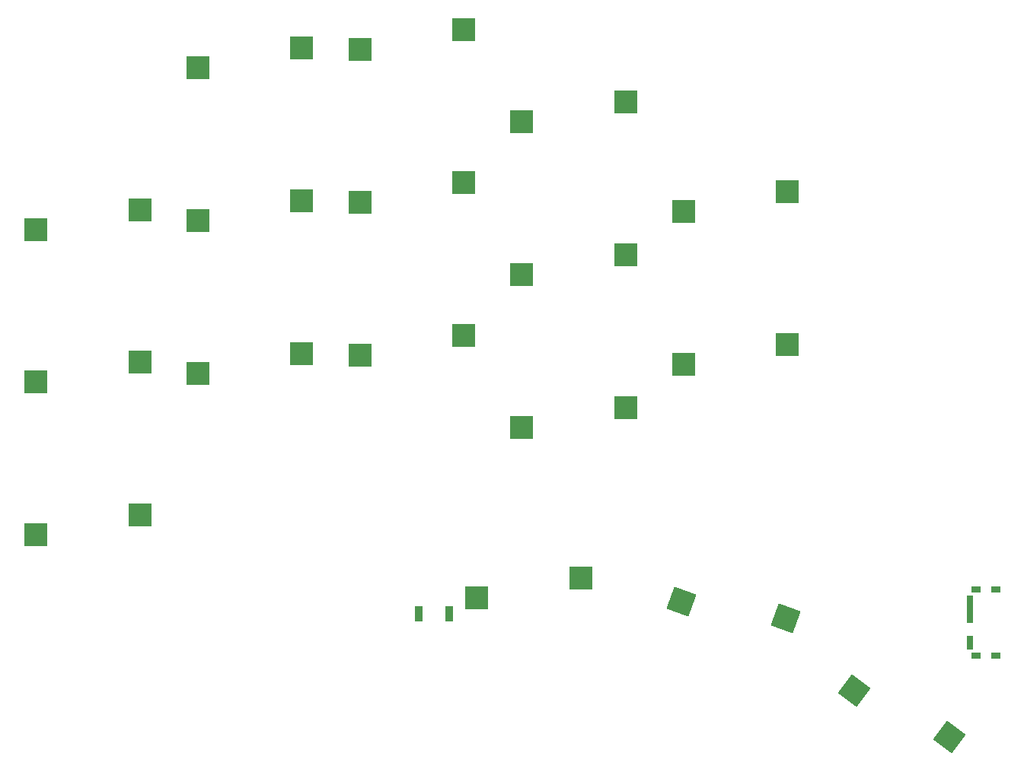
<source format=gbr>
%TF.GenerationSoftware,KiCad,Pcbnew,6.0.5-2.fc36*%
%TF.CreationDate,2022-05-30T19:14:04+02:00*%
%TF.ProjectId,main,6d61696e-2e6b-4696-9361-645f70636258,v1.0.0*%
%TF.SameCoordinates,Original*%
%TF.FileFunction,Paste,Top*%
%TF.FilePolarity,Positive*%
%FSLAX46Y46*%
G04 Gerber Fmt 4.6, Leading zero omitted, Abs format (unit mm)*
G04 Created by KiCad (PCBNEW 6.0.5-2.fc36) date 2022-05-30 19:14:04*
%MOMM*%
%LPD*%
G01*
G04 APERTURE LIST*
G04 Aperture macros list*
%AMRotRect*
0 Rectangle, with rotation*
0 The origin of the aperture is its center*
0 $1 length*
0 $2 width*
0 $3 Rotation angle, in degrees counterclockwise*
0 Add horizontal line*
21,1,$1,$2,0,0,$3*%
G04 Aperture macros list end*
%ADD10R,2.600000X2.600000*%
%ADD11RotRect,2.600000X2.600000X340.000000*%
%ADD12RotRect,2.600000X2.600000X323.000000*%
%ADD13R,0.700000X1.500000*%
%ADD14R,1.000000X0.800000*%
%ADD15R,0.900000X1.700000*%
G04 APERTURE END LIST*
D10*
%TO.C,S1*%
X3275000Y5950000D03*
X-8275000Y3750000D03*
%TD*%
%TO.C,S3*%
X3275000Y22950000D03*
X-8275000Y20750000D03*
%TD*%
%TO.C,S5*%
X3275000Y39950000D03*
X-8275000Y37750000D03*
%TD*%
%TO.C,S7*%
X21275000Y23950000D03*
X9725000Y21750000D03*
%TD*%
%TO.C,S9*%
X21275000Y40950000D03*
X9725000Y38750000D03*
%TD*%
%TO.C,S11*%
X21275000Y57950000D03*
X9725000Y55750000D03*
%TD*%
%TO.C,S13*%
X39275000Y25950000D03*
X27725000Y23750000D03*
%TD*%
%TO.C,S15*%
X39275000Y42950000D03*
X27725000Y40750000D03*
%TD*%
%TO.C,S17*%
X39275000Y59950000D03*
X27725000Y57750000D03*
%TD*%
%TO.C,S19*%
X57275000Y17950000D03*
X45725000Y15750000D03*
%TD*%
%TO.C,S21*%
X57275000Y34950000D03*
X45725000Y32750000D03*
%TD*%
%TO.C,S23*%
X57275000Y51950000D03*
X45725000Y49750000D03*
%TD*%
%TO.C,S25*%
X75275000Y24950000D03*
X63725000Y22750000D03*
%TD*%
%TO.C,S27*%
X75275000Y41950000D03*
X63725000Y39750000D03*
%TD*%
%TO.C,S29*%
X52275000Y-1050000D03*
X40725000Y-3250000D03*
%TD*%
D11*
%TO.C,S31*%
X75112513Y-5528945D03*
X63506619Y-3645936D03*
%TD*%
D12*
%TO.C,S33*%
X93280083Y-18757929D03*
X82731849Y-13563964D03*
%TD*%
D13*
%TO.C,*%
X95570000Y-8250000D03*
X95570000Y-5250000D03*
X95570000Y-3750000D03*
D14*
X98430000Y-9650000D03*
X98430000Y-2350000D03*
X96220000Y-2350000D03*
X96220000Y-9650000D03*
%TD*%
D15*
%TO.C,*%
X37700000Y-5000000D03*
X34300000Y-5000000D03*
%TD*%
M02*

</source>
